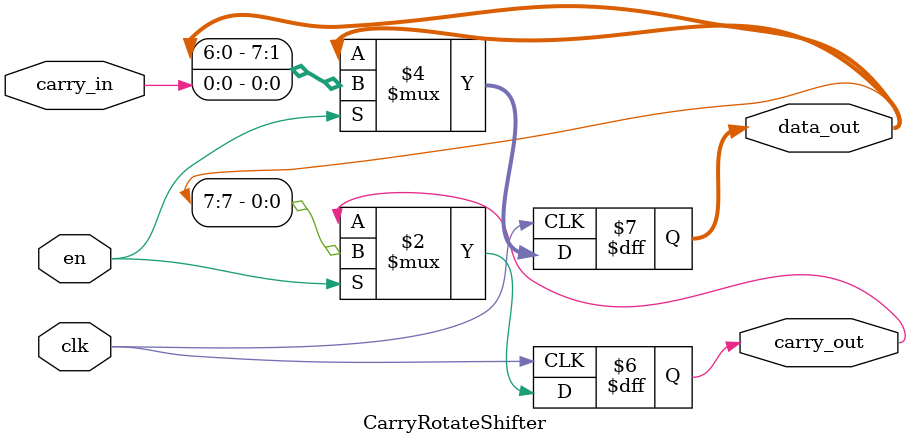
<source format=sv>
module CarryRotateShifter #(parameter WIDTH=8) (
    input clk, en, carry_in,
    output reg carry_out,
    output reg [WIDTH-1:0] data_out
);
always @(posedge clk) begin
    if (en) {carry_out, data_out} <= {data_out, carry_in};
end
endmodule
</source>
